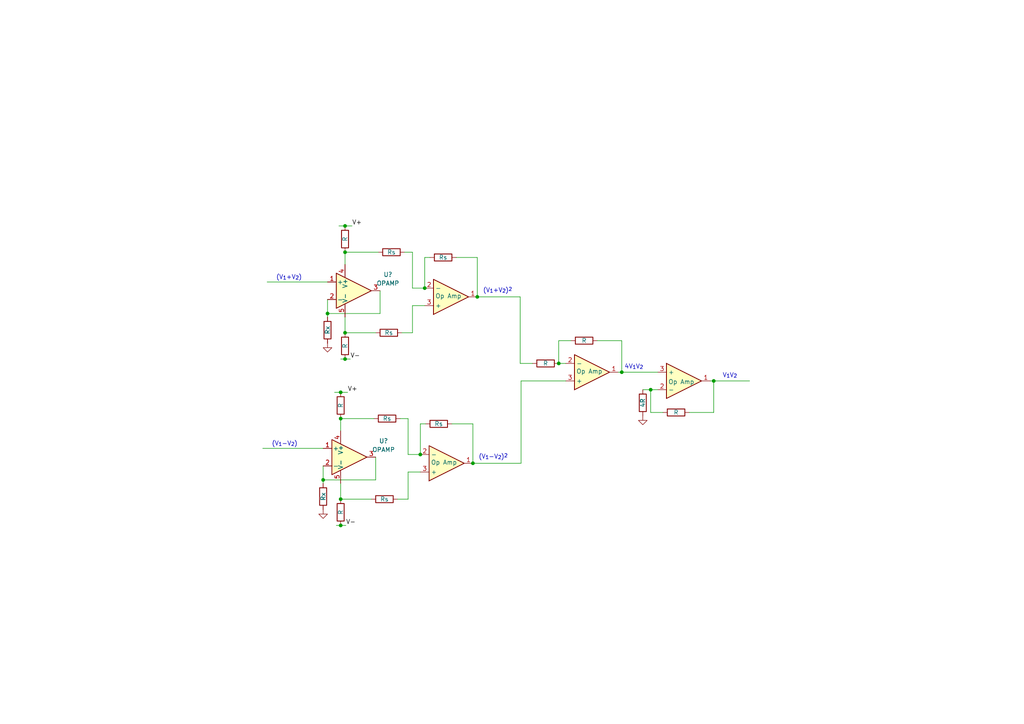
<source format=kicad_sch>
(kicad_sch (version 20211123) (generator eeschema)

  (uuid 0dcdf1b8-13c6-48b4-bd94-5d26038ff231)

  (paper "A4")

  (lib_symbols
    (symbol "Device:Opamp_Dual" (in_bom yes) (on_board yes)
      (property "Reference" "U" (id 0) (at 0 5.08 0)
        (effects (font (size 1.27 1.27)) (justify left))
      )
      (property "Value" "Opamp_Dual" (id 1) (at 0 -5.08 0)
        (effects (font (size 1.27 1.27)) (justify left))
      )
      (property "Footprint" "" (id 2) (at 0 0 0)
        (effects (font (size 1.27 1.27)) hide)
      )
      (property "Datasheet" "~" (id 3) (at 0 0 0)
        (effects (font (size 1.27 1.27)) hide)
      )
      (property "ki_locked" "" (id 4) (at 0 0 0)
        (effects (font (size 1.27 1.27)))
      )
      (property "ki_keywords" "dual opamp" (id 5) (at 0 0 0)
        (effects (font (size 1.27 1.27)) hide)
      )
      (property "ki_description" "Dual operational amplifier" (id 6) (at 0 0 0)
        (effects (font (size 1.27 1.27)) hide)
      )
      (property "ki_fp_filters" "SOIC*3.9x4.9mm*P1.27mm* DIP*W7.62mm* MSOP*3x3mm*P0.65mm* SSOP*2.95x2.8mm*P0.65mm* TSSOP*3x3mm*P0.65mm* VSSOP*P0.5mm* TO?99*" (id 7) (at 0 0 0)
        (effects (font (size 1.27 1.27)) hide)
      )
      (symbol "Opamp_Dual_1_1"
        (polyline
          (pts
            (xy -5.08 5.08)
            (xy 5.08 0)
            (xy -5.08 -5.08)
            (xy -5.08 5.08)
          )
          (stroke (width 0.254) (type default) (color 0 0 0 0))
          (fill (type background))
        )
        (pin output line (at 7.62 0 180) (length 2.54)
          (name "~" (effects (font (size 1.27 1.27))))
          (number "1" (effects (font (size 1.27 1.27))))
        )
        (pin input line (at -7.62 -2.54 0) (length 2.54)
          (name "-" (effects (font (size 1.27 1.27))))
          (number "2" (effects (font (size 1.27 1.27))))
        )
        (pin input line (at -7.62 2.54 0) (length 2.54)
          (name "+" (effects (font (size 1.27 1.27))))
          (number "3" (effects (font (size 1.27 1.27))))
        )
      )
      (symbol "Opamp_Dual_2_1"
        (polyline
          (pts
            (xy -5.08 5.08)
            (xy 5.08 0)
            (xy -5.08 -5.08)
            (xy -5.08 5.08)
          )
          (stroke (width 0.254) (type default) (color 0 0 0 0))
          (fill (type background))
        )
        (pin input line (at -7.62 2.54 0) (length 2.54)
          (name "+" (effects (font (size 1.27 1.27))))
          (number "5" (effects (font (size 1.27 1.27))))
        )
        (pin input line (at -7.62 -2.54 0) (length 2.54)
          (name "-" (effects (font (size 1.27 1.27))))
          (number "6" (effects (font (size 1.27 1.27))))
        )
        (pin output line (at 7.62 0 180) (length 2.54)
          (name "~" (effects (font (size 1.27 1.27))))
          (number "7" (effects (font (size 1.27 1.27))))
        )
      )
      (symbol "Opamp_Dual_3_1"
        (pin power_in line (at -2.54 -7.62 90) (length 3.81)
          (name "V-" (effects (font (size 1.27 1.27))))
          (number "4" (effects (font (size 1.27 1.27))))
        )
        (pin power_in line (at -2.54 7.62 270) (length 3.81)
          (name "V+" (effects (font (size 1.27 1.27))))
          (number "8" (effects (font (size 1.27 1.27))))
        )
      )
    )
    (symbol "Device:R" (pin_numbers hide) (pin_names (offset 0)) (in_bom yes) (on_board yes)
      (property "Reference" "R" (id 0) (at 2.032 0 90)
        (effects (font (size 1.27 1.27)))
      )
      (property "Value" "R" (id 1) (at 0 0 90)
        (effects (font (size 1.27 1.27)))
      )
      (property "Footprint" "" (id 2) (at -1.778 0 90)
        (effects (font (size 1.27 1.27)) hide)
      )
      (property "Datasheet" "~" (id 3) (at 0 0 0)
        (effects (font (size 1.27 1.27)) hide)
      )
      (property "ki_keywords" "R res resistor" (id 4) (at 0 0 0)
        (effects (font (size 1.27 1.27)) hide)
      )
      (property "ki_description" "Resistor" (id 5) (at 0 0 0)
        (effects (font (size 1.27 1.27)) hide)
      )
      (property "ki_fp_filters" "R_*" (id 6) (at 0 0 0)
        (effects (font (size 1.27 1.27)) hide)
      )
      (symbol "R_0_1"
        (rectangle (start -1.016 -2.54) (end 1.016 2.54)
          (stroke (width 0.254) (type default) (color 0 0 0 0))
          (fill (type none))
        )
      )
      (symbol "R_1_1"
        (pin passive line (at 0 3.81 270) (length 1.27)
          (name "~" (effects (font (size 1.27 1.27))))
          (number "1" (effects (font (size 1.27 1.27))))
        )
        (pin passive line (at 0 -3.81 90) (length 1.27)
          (name "~" (effects (font (size 1.27 1.27))))
          (number "2" (effects (font (size 1.27 1.27))))
        )
      )
    )
    (symbol "power:GND" (power) (pin_names (offset 0)) (in_bom yes) (on_board yes)
      (property "Reference" "#PWR" (id 0) (at 0 -6.35 0)
        (effects (font (size 1.27 1.27)) hide)
      )
      (property "Value" "GND" (id 1) (at 0 -3.81 0)
        (effects (font (size 1.27 1.27)))
      )
      (property "Footprint" "" (id 2) (at 0 0 0)
        (effects (font (size 1.27 1.27)) hide)
      )
      (property "Datasheet" "" (id 3) (at 0 0 0)
        (effects (font (size 1.27 1.27)) hide)
      )
      (property "ki_keywords" "power-flag" (id 4) (at 0 0 0)
        (effects (font (size 1.27 1.27)) hide)
      )
      (property "ki_description" "Power symbol creates a global label with name \"GND\" , ground" (id 5) (at 0 0 0)
        (effects (font (size 1.27 1.27)) hide)
      )
      (symbol "GND_0_1"
        (polyline
          (pts
            (xy 0 0)
            (xy 0 -1.27)
            (xy 1.27 -1.27)
            (xy 0 -2.54)
            (xy -1.27 -1.27)
            (xy 0 -1.27)
          )
          (stroke (width 0) (type default) (color 0 0 0 0))
          (fill (type none))
        )
      )
      (symbol "GND_1_1"
        (pin power_in line (at 0 0 270) (length 0) hide
          (name "GND" (effects (font (size 1.27 1.27))))
          (number "1" (effects (font (size 1.27 1.27))))
        )
      )
    )
    (symbol "pspice:OPAMP" (pin_names (offset 0.254)) (in_bom yes) (on_board yes)
      (property "Reference" "U" (id 0) (at 3.81 3.175 0)
        (effects (font (size 1.27 1.27)) (justify left))
      )
      (property "Value" "OPAMP" (id 1) (at 3.81 -3.175 0)
        (effects (font (size 1.27 1.27)) (justify left))
      )
      (property "Footprint" "" (id 2) (at 0 0 0)
        (effects (font (size 1.27 1.27)) hide)
      )
      (property "Datasheet" "~" (id 3) (at 0 0 0)
        (effects (font (size 1.27 1.27)) hide)
      )
      (property "ki_keywords" "simulation" (id 4) (at 0 0 0)
        (effects (font (size 1.27 1.27)) hide)
      )
      (property "ki_description" "OPAmp symbol for simulation only" (id 5) (at 0 0 0)
        (effects (font (size 1.27 1.27)) hide)
      )
      (symbol "OPAMP_0_1"
        (polyline
          (pts
            (xy 5.08 0)
            (xy -5.08 5.08)
            (xy -5.08 -5.08)
            (xy 5.08 0)
          )
          (stroke (width 0.254) (type default) (color 0 0 0 0))
          (fill (type background))
        )
      )
      (symbol "OPAMP_1_1"
        (pin input line (at -7.62 2.54 0) (length 2.54)
          (name "+" (effects (font (size 1.27 1.27))))
          (number "1" (effects (font (size 1.27 1.27))))
        )
        (pin input line (at -7.62 -2.54 0) (length 2.54)
          (name "-" (effects (font (size 1.27 1.27))))
          (number "2" (effects (font (size 1.27 1.27))))
        )
        (pin output line (at 7.62 0 180) (length 2.54)
          (name "~" (effects (font (size 1.27 1.27))))
          (number "3" (effects (font (size 1.27 1.27))))
        )
        (pin power_in line (at -2.54 7.62 270) (length 3.81)
          (name "V+" (effects (font (size 1.27 1.27))))
          (number "4" (effects (font (size 1.27 1.27))))
        )
        (pin power_in line (at -2.54 -7.62 90) (length 3.81)
          (name "V-" (effects (font (size 1.27 1.27))))
          (number "5" (effects (font (size 1.27 1.27))))
        )
      )
    )
  )

  (junction (at 100.076 73.152) (diameter 0) (color 0 0 0 0)
    (uuid 0ceb97d6-1b0f-4b71-921e-b0955c30c998)
  )
  (junction (at 137.16 134.366) (diameter 0) (color 0 0 0 0)
    (uuid 105d44ff-63b9-4299-9078-473af583971a)
  )
  (junction (at 100.076 104.14) (diameter 0) (color 0 0 0 0)
    (uuid 12a24e86-2c38-4685-bba9-fff8dddb4cb0)
  )
  (junction (at 100.076 96.52) (diameter 0) (color 0 0 0 0)
    (uuid 1dfbf353-5b24-4c0f-8322-8fcd514ae75e)
  )
  (junction (at 98.806 113.792) (diameter 0) (color 0 0 0 0)
    (uuid 24fd922c-d488-4d61-b6dc-9d3e359ccc82)
  )
  (junction (at 98.806 144.78) (diameter 0) (color 0 0 0 0)
    (uuid 36696ac6-2db1-4b52-ae3d-9f3c89d2042f)
  )
  (junction (at 162.052 105.41) (diameter 0) (color 0 0 0 0)
    (uuid 37f31359-a193-4667-ac42-42ff9565d233)
  )
  (junction (at 123.19 83.566) (diameter 0) (color 0 0 0 0)
    (uuid 3b686d17-1000-4762-ba31-589d599a3edf)
  )
  (junction (at 98.806 121.412) (diameter 0) (color 0 0 0 0)
    (uuid 47484446-e64c-4a82-88af-15de92cf6ad4)
  )
  (junction (at 98.806 152.4) (diameter 0) (color 0 0 0 0)
    (uuid 524d7aa8-362f-459a-b2ae-4ca2a0b1612b)
  )
  (junction (at 138.43 86.106) (diameter 0) (color 0 0 0 0)
    (uuid 6325c32f-c82a-4357-b022-f9c7e76f412e)
  )
  (junction (at 100.076 65.532) (diameter 0) (color 0 0 0 0)
    (uuid 7d0dab95-9e7a-486e-a1d7-fc48860fd57d)
  )
  (junction (at 207.01 110.49) (diameter 0) (color 0 0 0 0)
    (uuid 82d633c1-1fb1-4e7d-ae80-5de8e1fc1bf5)
  )
  (junction (at 93.726 139.192) (diameter 0) (color 0 0 0 0)
    (uuid 8fd0b33a-45bf-4216-9d7e-a62e1c071730)
  )
  (junction (at 188.722 113.03) (diameter 0) (color 0 0 0 0)
    (uuid 93762d25-1cb0-43c1-bb73-fe9cab04501f)
  )
  (junction (at 121.92 131.826) (diameter 0) (color 0 0 0 0)
    (uuid ab0ea55a-63b3-4ece-836d-2844713a821f)
  )
  (junction (at 180.34 107.95) (diameter 0) (color 0 0 0 0)
    (uuid b5b42390-3750-4154-9762-ad073e3bbe30)
  )
  (junction (at 94.996 90.932) (diameter 0) (color 0 0 0 0)
    (uuid f73b5500-6337-4860-a114-6e307f65ec9f)
  )

  (wire (pts (xy 108.966 139.192) (xy 108.966 132.588))
    (stroke (width 0) (type default) (color 0 0 0 0))
    (uuid 042fe62b-53aa-4e86-97d0-9ccb1e16a895)
  )
  (wire (pts (xy 93.726 135.128) (xy 93.726 139.192))
    (stroke (width 0) (type default) (color 0 0 0 0))
    (uuid 046ca2d8-3ca1-4c64-8090-c45e9adcf30e)
  )
  (wire (pts (xy 162.052 98.806) (xy 165.608 98.806))
    (stroke (width 0) (type default) (color 0 0 0 0))
    (uuid 0ac7fb28-d118-4f7a-a099-6f0d6eaf1844)
  )
  (wire (pts (xy 98.298 65.532) (xy 100.076 65.532))
    (stroke (width 0) (type default) (color 0 0 0 0))
    (uuid 0fd35a3e-b394-4aae-875a-fac843f9cbb7)
  )
  (wire (pts (xy 94.996 90.932) (xy 94.996 91.948))
    (stroke (width 0) (type default) (color 0 0 0 0))
    (uuid 20caf6d2-76a7-497e-ac56-f6d31eb9027b)
  )
  (wire (pts (xy 118.364 144.78) (xy 118.364 136.906))
    (stroke (width 0) (type default) (color 0 0 0 0))
    (uuid 23345f3e-d08d-4834-b1dc-64de02569916)
  )
  (wire (pts (xy 138.43 86.106) (xy 150.876 86.106))
    (stroke (width 0) (type default) (color 0 0 0 0))
    (uuid 23374d92-8a4d-468b-9947-adcdd8ce495d)
  )
  (wire (pts (xy 132.334 74.676) (xy 138.43 74.676))
    (stroke (width 0) (type default) (color 0 0 0 0))
    (uuid 24b72b0d-63b8-4e06-89d0-e94dcf39a600)
  )
  (wire (pts (xy 93.726 139.192) (xy 108.966 139.192))
    (stroke (width 0) (type default) (color 0 0 0 0))
    (uuid 2e6b1f7e-e4c3-43a1-ae90-c85aa40696d5)
  )
  (wire (pts (xy 97.028 113.792) (xy 98.806 113.792))
    (stroke (width 0) (type default) (color 0 0 0 0))
    (uuid 2f33286e-7553-4442-acf0-23c61fcd6ab0)
  )
  (wire (pts (xy 98.806 121.412) (xy 98.806 124.968))
    (stroke (width 0) (type default) (color 0 0 0 0))
    (uuid 2f5467a7-bd49-433c-92f2-60a842e66f7b)
  )
  (wire (pts (xy 98.806 140.208) (xy 98.806 144.78))
    (stroke (width 0) (type default) (color 0 0 0 0))
    (uuid 2fb9964c-4cd4-4e81-b5e8-f78759d3adb5)
  )
  (wire (pts (xy 207.01 119.634) (xy 207.01 110.49))
    (stroke (width 0) (type default) (color 0 0 0 0))
    (uuid 31b8af53-9ec9-4407-842b-9483759bc04a)
  )
  (wire (pts (xy 98.806 104.14) (xy 100.076 104.14))
    (stroke (width 0) (type default) (color 0 0 0 0))
    (uuid 35ef9c4a-35f6-467b-a704-b1d9354880cf)
  )
  (wire (pts (xy 162.052 105.41) (xy 164.084 105.41))
    (stroke (width 0) (type default) (color 0 0 0 0))
    (uuid 38967bce-a47b-424f-9945-f8d1c2bf0c6f)
  )
  (wire (pts (xy 94.996 86.868) (xy 94.996 90.932))
    (stroke (width 0) (type default) (color 0 0 0 0))
    (uuid 4185c36c-c66e-4dbd-be5d-841e551f4885)
  )
  (wire (pts (xy 93.726 139.192) (xy 93.726 140.208))
    (stroke (width 0) (type default) (color 0 0 0 0))
    (uuid 460147d8-e4b6-4910-88e9-07d1ddd6c2df)
  )
  (wire (pts (xy 98.806 121.412) (xy 108.458 121.412))
    (stroke (width 0) (type default) (color 0 0 0 0))
    (uuid 4ef07d45-f940-4cb6-bb96-2ddec13fd099)
  )
  (wire (pts (xy 119.634 83.566) (xy 123.19 83.566))
    (stroke (width 0) (type default) (color 0 0 0 0))
    (uuid 5701b80f-f006-4814-81c9-0c7f006088a9)
  )
  (wire (pts (xy 180.34 107.95) (xy 190.754 107.95))
    (stroke (width 0) (type default) (color 0 0 0 0))
    (uuid 5d3394c1-c45f-425a-b2eb-afd4a39351ff)
  )
  (wire (pts (xy 162.052 98.806) (xy 162.052 105.41))
    (stroke (width 0) (type default) (color 0 0 0 0))
    (uuid 626d4938-4780-479b-b0a4-53502f048e5b)
  )
  (wire (pts (xy 123.19 74.676) (xy 123.19 83.566))
    (stroke (width 0) (type default) (color 0 0 0 0))
    (uuid 63c56ea4-91a3-4172-b9de-a4388cc8f894)
  )
  (wire (pts (xy 119.634 73.152) (xy 119.634 83.566))
    (stroke (width 0) (type default) (color 0 0 0 0))
    (uuid 66bc2bca-dab7-4947-a0ff-403cdaf9fb89)
  )
  (wire (pts (xy 137.16 134.366) (xy 151.13 134.366))
    (stroke (width 0) (type default) (color 0 0 0 0))
    (uuid 7043f61a-4f1e-4cab-9031-a6449e41a893)
  )
  (wire (pts (xy 98.806 152.4) (xy 100.33 152.4))
    (stroke (width 0) (type default) (color 0 0 0 0))
    (uuid 71aa3829-956e-4ff9-af3f-b06e50ab2b5a)
  )
  (wire (pts (xy 180.34 107.95) (xy 179.324 107.95))
    (stroke (width 0) (type default) (color 0 0 0 0))
    (uuid 74da4c7c-8b67-468f-9da3-8490a12cdeb8)
  )
  (wire (pts (xy 188.722 113.03) (xy 190.754 113.03))
    (stroke (width 0) (type default) (color 0 0 0 0))
    (uuid 757cf0ee-8e36-4693-b26a-a0c2f395aaac)
  )
  (wire (pts (xy 207.01 110.49) (xy 205.994 110.49))
    (stroke (width 0) (type default) (color 0 0 0 0))
    (uuid 75bc3386-87ca-481c-b59e-63b2a60cfef3)
  )
  (wire (pts (xy 123.444 122.936) (xy 121.92 122.936))
    (stroke (width 0) (type default) (color 0 0 0 0))
    (uuid 761492e2-a989-4596-80c3-fcd6943df072)
  )
  (wire (pts (xy 118.364 136.906) (xy 121.92 136.906))
    (stroke (width 0) (type default) (color 0 0 0 0))
    (uuid 799d9f4a-bb6b-44d5-9f4c-3a30db59943d)
  )
  (wire (pts (xy 151.13 110.49) (xy 164.084 110.49))
    (stroke (width 0) (type default) (color 0 0 0 0))
    (uuid 7fe9de19-9c81-40a2-a5bf-845f55fe22c0)
  )
  (wire (pts (xy 100.076 96.52) (xy 108.966 96.52))
    (stroke (width 0) (type default) (color 0 0 0 0))
    (uuid 802c2dc3-ca9f-491e-9d66-7893e89ac34c)
  )
  (wire (pts (xy 188.722 119.634) (xy 188.722 113.03))
    (stroke (width 0) (type default) (color 0 0 0 0))
    (uuid 80be4cad-d7ac-4728-ad5d-fbcd02fe4045)
  )
  (wire (pts (xy 117.348 73.152) (xy 119.634 73.152))
    (stroke (width 0) (type default) (color 0 0 0 0))
    (uuid 9286cf02-1563-41d2-9931-c192c33bab31)
  )
  (wire (pts (xy 116.078 121.412) (xy 118.364 121.412))
    (stroke (width 0) (type default) (color 0 0 0 0))
    (uuid 92d17eb0-c75d-48d9-ae9e-ea0c7f723be4)
  )
  (wire (pts (xy 151.13 110.49) (xy 151.13 134.366))
    (stroke (width 0) (type default) (color 0 0 0 0))
    (uuid 931f560b-b7e4-4812-93db-e50c077f321a)
  )
  (wire (pts (xy 119.634 88.646) (xy 123.19 88.646))
    (stroke (width 0) (type default) (color 0 0 0 0))
    (uuid 9b6bb172-1ac4-440a-ac75-c1917d9d59c7)
  )
  (wire (pts (xy 115.316 144.78) (xy 118.364 144.78))
    (stroke (width 0) (type default) (color 0 0 0 0))
    (uuid 9f95f1fc-aa31-4ce6-996a-4b385731d8eb)
  )
  (wire (pts (xy 98.806 144.78) (xy 107.696 144.78))
    (stroke (width 0) (type default) (color 0 0 0 0))
    (uuid a4541b62-7a39-4707-9c6f-80dce1be9cee)
  )
  (wire (pts (xy 124.714 74.676) (xy 123.19 74.676))
    (stroke (width 0) (type default) (color 0 0 0 0))
    (uuid a6738794-75ae-48a6-8949-ed8717400d71)
  )
  (wire (pts (xy 100.076 65.532) (xy 102.108 65.532))
    (stroke (width 0) (type default) (color 0 0 0 0))
    (uuid a7f25f41-0b4c-4430-b6cd-b2160b2db099)
  )
  (wire (pts (xy 100.076 91.948) (xy 100.076 96.52))
    (stroke (width 0) (type default) (color 0 0 0 0))
    (uuid a8b4bc7e-da32-4fb8-b71a-d7b47c6f741f)
  )
  (wire (pts (xy 94.996 81.788) (xy 77.47 81.788))
    (stroke (width 0) (type default) (color 0 0 0 0))
    (uuid afd38b10-2eca-4abe-aed1-a96fb07ffdbe)
  )
  (wire (pts (xy 180.34 98.806) (xy 180.34 107.95))
    (stroke (width 0) (type default) (color 0 0 0 0))
    (uuid b0ff9a3e-cc50-45a9-8a86-aeec2449e905)
  )
  (wire (pts (xy 100.076 73.152) (xy 109.728 73.152))
    (stroke (width 0) (type default) (color 0 0 0 0))
    (uuid b8b961e9-8a60-45fc-999a-a7a3baff4e0d)
  )
  (wire (pts (xy 150.876 86.106) (xy 150.876 105.41))
    (stroke (width 0) (type default) (color 0 0 0 0))
    (uuid b8f7e96c-bd82-459c-a5d3-96d36da10d7f)
  )
  (wire (pts (xy 118.364 131.826) (xy 121.92 131.826))
    (stroke (width 0) (type default) (color 0 0 0 0))
    (uuid c220da05-2a98-47be-9327-0c73c5263c41)
  )
  (wire (pts (xy 110.236 90.932) (xy 110.236 84.328))
    (stroke (width 0) (type default) (color 0 0 0 0))
    (uuid cebb9021-66d3-4116-98d4-5e6f3c1552be)
  )
  (wire (pts (xy 173.228 98.806) (xy 180.34 98.806))
    (stroke (width 0) (type default) (color 0 0 0 0))
    (uuid cf67a977-c508-4305-aa85-22a5b3042bc3)
  )
  (wire (pts (xy 94.996 90.932) (xy 110.236 90.932))
    (stroke (width 0) (type default) (color 0 0 0 0))
    (uuid d3d57924-54a6-421d-a3a0-a044fc909e88)
  )
  (wire (pts (xy 150.876 105.41) (xy 154.432 105.41))
    (stroke (width 0) (type default) (color 0 0 0 0))
    (uuid d4ac16f7-355b-4ac1-988b-ef23459f3fb6)
  )
  (wire (pts (xy 207.01 110.49) (xy 217.424 110.49))
    (stroke (width 0) (type default) (color 0 0 0 0))
    (uuid d51c2cb7-6c0c-4c2b-bfae-8096f230f05d)
  )
  (wire (pts (xy 138.43 74.676) (xy 138.43 86.106))
    (stroke (width 0) (type default) (color 0 0 0 0))
    (uuid d692b5e6-71b2-4fa6-bc83-618add8d8fef)
  )
  (wire (pts (xy 137.16 122.936) (xy 137.16 134.366))
    (stroke (width 0) (type default) (color 0 0 0 0))
    (uuid d8d71ad3-6fd1-4a98-9c1f-70c4fbf3d1d1)
  )
  (wire (pts (xy 93.726 130.048) (xy 76.2 130.048))
    (stroke (width 0) (type default) (color 0 0 0 0))
    (uuid dd5f7736-b8aa-44f2-a044-e514d63d48f3)
  )
  (wire (pts (xy 131.064 122.936) (xy 137.16 122.936))
    (stroke (width 0) (type default) (color 0 0 0 0))
    (uuid de438bc3-2eba-4b9f-95e9-35ce5db157f6)
  )
  (wire (pts (xy 100.076 73.152) (xy 100.076 76.708))
    (stroke (width 0) (type default) (color 0 0 0 0))
    (uuid ea6fde00-59dc-4a79-a647-7e38199fae0e)
  )
  (wire (pts (xy 119.634 96.52) (xy 119.634 88.646))
    (stroke (width 0) (type default) (color 0 0 0 0))
    (uuid eab9c52c-3aa0-43a7-bc7f-7e234ff1e9f4)
  )
  (wire (pts (xy 188.722 119.634) (xy 192.278 119.634))
    (stroke (width 0) (type default) (color 0 0 0 0))
    (uuid ed67af3b-7ed4-4c55-a6b9-71104146d1fb)
  )
  (wire (pts (xy 116.586 96.52) (xy 119.634 96.52))
    (stroke (width 0) (type default) (color 0 0 0 0))
    (uuid eed466bf-cd88-4860-9abf-41a594ca08bd)
  )
  (wire (pts (xy 121.92 122.936) (xy 121.92 131.826))
    (stroke (width 0) (type default) (color 0 0 0 0))
    (uuid ef400389-7e37-4c93-8647-76318089d59f)
  )
  (wire (pts (xy 199.898 119.634) (xy 207.01 119.634))
    (stroke (width 0) (type default) (color 0 0 0 0))
    (uuid f094d92e-959e-4545-80a8-0f2601b25029)
  )
  (wire (pts (xy 97.536 152.4) (xy 98.806 152.4))
    (stroke (width 0) (type default) (color 0 0 0 0))
    (uuid f240e733-157e-4a15-812f-78f42d8a8322)
  )
  (wire (pts (xy 100.076 104.14) (xy 101.6 104.14))
    (stroke (width 0) (type default) (color 0 0 0 0))
    (uuid f357ddb5-3f44-43b0-b00d-d64f5c62ba4a)
  )
  (wire (pts (xy 186.436 113.03) (xy 188.722 113.03))
    (stroke (width 0) (type default) (color 0 0 0 0))
    (uuid fb87b31b-f245-449f-a707-4b40aa16d1ec)
  )
  (wire (pts (xy 118.364 121.412) (xy 118.364 131.826))
    (stroke (width 0) (type default) (color 0 0 0 0))
    (uuid fc12372f-6e31-40f9-8043-b00b861f0171)
  )
  (wire (pts (xy 98.806 113.792) (xy 100.838 113.792))
    (stroke (width 0) (type default) (color 0 0 0 0))
    (uuid fe1ad3bd-92cc-4e1c-8cc9-a77278095945)
  )

  (text "(V_{1}+V_{2})^{2}" (at 148.59 85.09 180)
    (effects (font (size 1.27 1.27)) (justify right bottom))
    (uuid 18d11f32-e1a6-4f29-8e3c-0bfeb07299bd)
  )
  (text "V_{1}V_{2}" (at 209.55 109.728 0)
    (effects (font (size 1.27 1.27)) (justify left bottom))
    (uuid 309e6824-e5e3-4465-b223-9a8e280b92ec)
  )
  (text "(V_{1}-V_{2})^{2}" (at 147.32 133.35 180)
    (effects (font (size 1.27 1.27)) (justify right bottom))
    (uuid 341e67eb-d5e1-4cb7-9d11-5aa4ab832a2a)
  )
  (text "(V_{1}-V_{2})" (at 86.36 129.54 180)
    (effects (font (size 1.27 1.27)) (justify right bottom))
    (uuid 5206328f-de7d-41ba-bad8-f1768b7701cb)
  )
  (text "(V_{1}+V_{2})\n" (at 87.63 81.28 180)
    (effects (font (size 1.27 1.27)) (justify right bottom))
    (uuid c088f712-1abe-4cac-9a8b-d564931395aa)
  )
  (text "4V_{1}V_{2}" (at 181.102 107.188 0)
    (effects (font (size 1.27 1.27)) (justify left bottom))
    (uuid d14a19ee-6713-4712-89ab-0f5977ec2bed)
  )

  (label "V+" (at 102.108 65.532 0)
    (effects (font (size 1.27 1.27)) (justify left bottom))
    (uuid 1241b7f2-e266-4f5c-8a97-9f0f9d0eef37)
  )
  (label "V-" (at 101.6 104.14 0)
    (effects (font (size 1.27 1.27)) (justify left bottom))
    (uuid 6513181c-0a6a-4560-9a18-17450c36ae2a)
  )
  (label "V+" (at 100.838 113.792 0)
    (effects (font (size 1.27 1.27)) (justify left bottom))
    (uuid 7ce4aab5-8271-4432-a4b1-bff168293b45)
  )
  (label "V-" (at 100.33 152.4 0)
    (effects (font (size 1.27 1.27)) (justify left bottom))
    (uuid fc13962a-a464-4fa2-b9a6-4c26667104ee)
  )

  (symbol (lib_id "Device:R") (at 113.538 73.152 270) (unit 1)
    (in_bom yes) (on_board yes)
    (uuid 008da5b9-6f95-4113-b7d0-d93ac62efd33)
    (property "Reference" "R?" (id 0) (at 113.538 70.612 90)
      (effects (font (size 1.27 1.27)) hide)
    )
    (property "Value" "Rs" (id 1) (at 113.538 73.152 90))
    (property "Footprint" "" (id 2) (at 113.538 71.374 90)
      (effects (font (size 1.27 1.27)) hide)
    )
    (property "Datasheet" "~" (id 3) (at 113.538 73.152 0)
      (effects (font (size 1.27 1.27)) hide)
    )
    (pin "1" (uuid 5d3d7893-1d11-4f1d-9052-85cf0e07d281))
    (pin "2" (uuid 79476267-290e-445f-995b-0afd0e11a4b5))
  )

  (symbol (lib_id "power:GND") (at 93.726 147.828 0) (unit 1)
    (in_bom yes) (on_board yes) (fields_autoplaced)
    (uuid 0a79db37-f1d9-40b1-a24d-8bdfb8f637e2)
    (property "Reference" "#PWR?" (id 0) (at 93.726 154.178 0)
      (effects (font (size 1.27 1.27)) hide)
    )
    (property "Value" "GND" (id 1) (at 93.726 152.654 0)
      (effects (font (size 1.27 1.27)) hide)
    )
    (property "Footprint" "" (id 2) (at 93.726 147.828 0)
      (effects (font (size 1.27 1.27)) hide)
    )
    (property "Datasheet" "" (id 3) (at 93.726 147.828 0)
      (effects (font (size 1.27 1.27)) hide)
    )
    (pin "1" (uuid 315d2b15-cfe6-4672-b3ad-24773f3df12c))
  )

  (symbol (lib_id "Device:R") (at 169.418 98.806 90) (unit 1)
    (in_bom yes) (on_board yes)
    (uuid 1f8faee3-1840-454a-aaef-e80578fa0c3e)
    (property "Reference" "R?" (id 0) (at 169.418 101.346 90)
      (effects (font (size 1.27 1.27)) hide)
    )
    (property "Value" "R" (id 1) (at 169.418 98.806 90))
    (property "Footprint" "" (id 2) (at 169.418 100.584 90)
      (effects (font (size 1.27 1.27)) hide)
    )
    (property "Datasheet" "~" (id 3) (at 169.418 98.806 0)
      (effects (font (size 1.27 1.27)) hide)
    )
    (pin "1" (uuid b2585a96-2e7a-44ba-aac9-2c040a47ccfe))
    (pin "2" (uuid 8a31e60b-6ef8-4d02-bcbe-8861ec0c004e))
  )

  (symbol (lib_id "Device:R") (at 98.806 117.602 180) (unit 1)
    (in_bom yes) (on_board yes)
    (uuid 2765a021-71f1-4136-b72b-81c2c6882946)
    (property "Reference" "R?" (id 0) (at 101.346 117.602 90)
      (effects (font (size 1.27 1.27)) hide)
    )
    (property "Value" "R" (id 1) (at 98.806 117.602 90))
    (property "Footprint" "" (id 2) (at 100.584 117.602 90)
      (effects (font (size 1.27 1.27)) hide)
    )
    (property "Datasheet" "~" (id 3) (at 98.806 117.602 0)
      (effects (font (size 1.27 1.27)) hide)
    )
    (pin "1" (uuid d70bfdec-de0f-45e5-9452-2cd5d12b83b9))
    (pin "2" (uuid 5c1d6842-15a5-4f73-b198-8836681840a1))
  )

  (symbol (lib_id "Device:Opamp_Dual") (at 130.81 86.106 0) (mirror x) (unit 1)
    (in_bom yes) (on_board yes)
    (uuid 4b1fce17-dec7-457e-ba3b-a77604e77dc9)
    (property "Reference" "U?" (id 0) (at 130.81 75.946 0)
      (effects (font (size 1.27 1.27)) hide)
    )
    (property "Value" "Op Amp" (id 1) (at 130.048 85.852 0))
    (property "Footprint" "" (id 2) (at 130.81 86.106 0)
      (effects (font (size 1.27 1.27)) hide)
    )
    (property "Datasheet" "~" (id 3) (at 130.81 86.106 0)
      (effects (font (size 1.27 1.27)) hide)
    )
    (pin "1" (uuid 869d6302-ae22-478f-9723-3feacbb12eef))
    (pin "2" (uuid e1b88aa4-d887-4eea-83ff-5c009f4390c4))
    (pin "3" (uuid 4a54c707-7b6f-4a3d-a74d-5e3526114aba))
  )

  (symbol (lib_id "Device:Opamp_Dual") (at 129.54 134.366 0) (mirror x) (unit 1)
    (in_bom yes) (on_board yes)
    (uuid 4c144ffa-02d0-42da-aef1-f5175cbde9c0)
    (property "Reference" "U?" (id 0) (at 129.54 124.206 0)
      (effects (font (size 1.27 1.27)) hide)
    )
    (property "Value" "Op Amp" (id 1) (at 128.778 134.112 0))
    (property "Footprint" "" (id 2) (at 129.54 134.366 0)
      (effects (font (size 1.27 1.27)) hide)
    )
    (property "Datasheet" "~" (id 3) (at 129.54 134.366 0)
      (effects (font (size 1.27 1.27)) hide)
    )
    (pin "1" (uuid 017667a9-f5de-49c7-af53-4f9af2f3a311))
    (pin "2" (uuid bc204c79-0619-4b16-889d-335bfdd71ce0))
    (pin "3" (uuid 3382bf79-b686-4aeb-9419-c8ab591662bb))
  )

  (symbol (lib_id "Device:R") (at 111.506 144.78 270) (unit 1)
    (in_bom yes) (on_board yes)
    (uuid 4d51bc15-1f84-46be-8e16-e836b10f854e)
    (property "Reference" "R?" (id 0) (at 111.506 142.24 90)
      (effects (font (size 1.27 1.27)) hide)
    )
    (property "Value" "Rs" (id 1) (at 111.506 144.78 90))
    (property "Footprint" "" (id 2) (at 111.506 143.002 90)
      (effects (font (size 1.27 1.27)) hide)
    )
    (property "Datasheet" "~" (id 3) (at 111.506 144.78 0)
      (effects (font (size 1.27 1.27)) hide)
    )
    (pin "1" (uuid cd48b13f-c989-4ac1-a7f0-053afcd77527))
    (pin "2" (uuid 9e18f8b3-9e1a-4022-9224-10c12ca8a28d))
  )

  (symbol (lib_id "Device:R") (at 186.436 116.84 0) (mirror x) (unit 1)
    (in_bom yes) (on_board yes)
    (uuid 54a7baa4-cf63-476b-87ed-12ef2b155ba9)
    (property "Reference" "R?" (id 0) (at 183.896 116.84 90)
      (effects (font (size 1.27 1.27)) hide)
    )
    (property "Value" "4R" (id 1) (at 186.436 116.84 90))
    (property "Footprint" "" (id 2) (at 184.658 116.84 90)
      (effects (font (size 1.27 1.27)) hide)
    )
    (property "Datasheet" "~" (id 3) (at 186.436 116.84 0)
      (effects (font (size 1.27 1.27)) hide)
    )
    (pin "1" (uuid 5ca7f5e7-bb83-4b9e-9077-efa3a30e544e))
    (pin "2" (uuid 76614376-417b-4b8e-8c1a-7e4905032fe9))
  )

  (symbol (lib_id "Device:R") (at 112.268 121.412 270) (unit 1)
    (in_bom yes) (on_board yes)
    (uuid 6a1ae8ee-dea6-4015-b83e-baf8fcdfaf0f)
    (property "Reference" "R?" (id 0) (at 112.268 118.872 90)
      (effects (font (size 1.27 1.27)) hide)
    )
    (property "Value" "Rs" (id 1) (at 112.268 121.412 90))
    (property "Footprint" "" (id 2) (at 112.268 119.634 90)
      (effects (font (size 1.27 1.27)) hide)
    )
    (property "Datasheet" "~" (id 3) (at 112.268 121.412 0)
      (effects (font (size 1.27 1.27)) hide)
    )
    (pin "1" (uuid 5cc7655c-62f2-43d2-a7a5-eaa4635dada8))
    (pin "2" (uuid 8efe6411-1919-4082-b5b8-393585e068c8))
  )

  (symbol (lib_id "pspice:OPAMP") (at 102.616 84.328 0) (unit 1)
    (in_bom yes) (on_board yes) (fields_autoplaced)
    (uuid 72b36951-3ec7-4569-9c88-cf9b4afe1cae)
    (property "Reference" "U?" (id 0) (at 112.522 79.629 0))
    (property "Value" "OPAMP" (id 1) (at 112.522 82.169 0))
    (property "Footprint" "" (id 2) (at 102.616 84.328 0)
      (effects (font (size 1.27 1.27)) hide)
    )
    (property "Datasheet" "~" (id 3) (at 102.616 84.328 0)
      (effects (font (size 1.27 1.27)) hide)
    )
    (pin "1" (uuid eb8d02e9-145c-465d-b6a8-bae84d47a94b))
    (pin "2" (uuid 29bb7297-26fb-4776-9266-2355d022bab0))
    (pin "3" (uuid cb6062da-8dcd-4826-92fd-4071e9e97213))
    (pin "4" (uuid 36d783e7-096f-4c97-9672-7e08c083b87b))
    (pin "5" (uuid 0a1a4d88-972a-46ce-b25e-6cb796bd41f7))
  )

  (symbol (lib_id "Device:R") (at 127.254 122.936 90) (unit 1)
    (in_bom yes) (on_board yes)
    (uuid 868b5d0d-f911-4724-9580-d9e69eb9f709)
    (property "Reference" "R?" (id 0) (at 127.254 125.476 90)
      (effects (font (size 1.27 1.27)) hide)
    )
    (property "Value" "Rs" (id 1) (at 127.254 122.936 90))
    (property "Footprint" "" (id 2) (at 127.254 124.714 90)
      (effects (font (size 1.27 1.27)) hide)
    )
    (property "Datasheet" "~" (id 3) (at 127.254 122.936 0)
      (effects (font (size 1.27 1.27)) hide)
    )
    (pin "1" (uuid 3d2a15cb-c492-4d9a-b1dd-7d5f099d2d31))
    (pin "2" (uuid 848901d5-fdee-4920-a04d-fbc03c912e79))
  )

  (symbol (lib_id "Device:R") (at 98.806 148.59 180) (unit 1)
    (in_bom yes) (on_board yes)
    (uuid 90d503cf-92b2-4120-a4b0-03a2eddde893)
    (property "Reference" "R?" (id 0) (at 101.346 148.59 90)
      (effects (font (size 1.27 1.27)) hide)
    )
    (property "Value" "R" (id 1) (at 98.806 148.59 90))
    (property "Footprint" "" (id 2) (at 100.584 148.59 90)
      (effects (font (size 1.27 1.27)) hide)
    )
    (property "Datasheet" "~" (id 3) (at 98.806 148.59 0)
      (effects (font (size 1.27 1.27)) hide)
    )
    (pin "1" (uuid 86143bb0-7899-4df8-b1df-baa3c0ac7889))
    (pin "2" (uuid 2ad4b4ba-3abd-4313-bed9-1edce936a95e))
  )

  (symbol (lib_id "power:GND") (at 94.996 99.568 0) (unit 1)
    (in_bom yes) (on_board yes) (fields_autoplaced)
    (uuid a5c8e189-1ddc-4a66-984b-e0fd1529d346)
    (property "Reference" "#PWR?" (id 0) (at 94.996 105.918 0)
      (effects (font (size 1.27 1.27)) hide)
    )
    (property "Value" "GND" (id 1) (at 94.996 104.394 0)
      (effects (font (size 1.27 1.27)) hide)
    )
    (property "Footprint" "" (id 2) (at 94.996 99.568 0)
      (effects (font (size 1.27 1.27)) hide)
    )
    (property "Datasheet" "" (id 3) (at 94.996 99.568 0)
      (effects (font (size 1.27 1.27)) hide)
    )
    (pin "1" (uuid c71f56c1-5b7c-4373-9716-fffac482104c))
  )

  (symbol (lib_id "pspice:OPAMP") (at 101.346 132.588 0) (unit 1)
    (in_bom yes) (on_board yes) (fields_autoplaced)
    (uuid b606e532-e4c7-444d-b9ff-879f52cfde92)
    (property "Reference" "U?" (id 0) (at 111.252 127.889 0))
    (property "Value" "OPAMP" (id 1) (at 111.252 130.429 0))
    (property "Footprint" "" (id 2) (at 101.346 132.588 0)
      (effects (font (size 1.27 1.27)) hide)
    )
    (property "Datasheet" "~" (id 3) (at 101.346 132.588 0)
      (effects (font (size 1.27 1.27)) hide)
    )
    (pin "1" (uuid 0c9bbc06-f1c0-4359-8448-9c515b32a886))
    (pin "2" (uuid 58a87288-e2bf-4c88-9871-a753efc69e9d))
    (pin "3" (uuid 1527299a-08b3-47c3-929f-a75c83be365e))
    (pin "4" (uuid aa288a22-ea1d-474d-8dae-efe971580843))
    (pin "5" (uuid e9a9fba3-7cfa-45ca-926c-a5a8ecd7e3a4))
  )

  (symbol (lib_id "Device:R") (at 158.242 105.41 90) (unit 1)
    (in_bom yes) (on_board yes)
    (uuid b79a7340-60b6-4c9b-8356-f75182760b48)
    (property "Reference" "R?" (id 0) (at 158.242 107.95 90)
      (effects (font (size 1.27 1.27)) hide)
    )
    (property "Value" "R" (id 1) (at 158.242 105.41 90))
    (property "Footprint" "" (id 2) (at 158.242 107.188 90)
      (effects (font (size 1.27 1.27)) hide)
    )
    (property "Datasheet" "~" (id 3) (at 158.242 105.41 0)
      (effects (font (size 1.27 1.27)) hide)
    )
    (pin "1" (uuid 0513019d-3054-40e8-9b82-85bc0121b463))
    (pin "2" (uuid fad5cafd-1d84-4372-aa9e-13053849db92))
  )

  (symbol (lib_id "Device:R") (at 100.076 69.342 180) (unit 1)
    (in_bom yes) (on_board yes)
    (uuid b7bf6e08-7978-4190-aff5-c90d967f0f9c)
    (property "Reference" "R?" (id 0) (at 102.616 69.342 90)
      (effects (font (size 1.27 1.27)) hide)
    )
    (property "Value" "R" (id 1) (at 100.076 69.342 90))
    (property "Footprint" "" (id 2) (at 101.854 69.342 90)
      (effects (font (size 1.27 1.27)) hide)
    )
    (property "Datasheet" "~" (id 3) (at 100.076 69.342 0)
      (effects (font (size 1.27 1.27)) hide)
    )
    (pin "1" (uuid b59f18ce-2e34-4b6e-b14d-8d73b8268179))
    (pin "2" (uuid 691af561-538d-4e8f-a916-26cad45eb7d6))
  )

  (symbol (lib_id "Device:R") (at 112.776 96.52 270) (unit 1)
    (in_bom yes) (on_board yes)
    (uuid bde95c06-433a-4c03-bc48-e3abcdb4e054)
    (property "Reference" "R?" (id 0) (at 112.776 93.98 90)
      (effects (font (size 1.27 1.27)) hide)
    )
    (property "Value" "Rs" (id 1) (at 112.776 96.52 90))
    (property "Footprint" "" (id 2) (at 112.776 94.742 90)
      (effects (font (size 1.27 1.27)) hide)
    )
    (property "Datasheet" "~" (id 3) (at 112.776 96.52 0)
      (effects (font (size 1.27 1.27)) hide)
    )
    (pin "1" (uuid 8cd050d6-228c-4da0-9533-b4f8d14cfb34))
    (pin "2" (uuid 4e27930e-1827-4788-aa6b-487321d46602))
  )

  (symbol (lib_id "Device:Opamp_Dual") (at 171.704 107.95 0) (mirror x) (unit 1)
    (in_bom yes) (on_board yes)
    (uuid c28ff87c-04c0-4bad-8dd4-8cea8dc4f6ad)
    (property "Reference" "U?" (id 0) (at 171.704 97.79 0)
      (effects (font (size 1.27 1.27)) hide)
    )
    (property "Value" "Op Amp" (id 1) (at 170.942 107.696 0))
    (property "Footprint" "" (id 2) (at 171.704 107.95 0)
      (effects (font (size 1.27 1.27)) hide)
    )
    (property "Datasheet" "~" (id 3) (at 171.704 107.95 0)
      (effects (font (size 1.27 1.27)) hide)
    )
    (pin "1" (uuid d6d50d33-e91e-4d4e-94b7-a67cb83f8183))
    (pin "2" (uuid d969e999-8ed7-4b26-8dfa-b58e8170861b))
    (pin "3" (uuid ca9d79df-d3ae-4ca1-859a-01be14f56050))
  )

  (symbol (lib_id "Device:R") (at 128.524 74.676 90) (unit 1)
    (in_bom yes) (on_board yes)
    (uuid c454102f-dc92-4550-9492-797fc8e6b49c)
    (property "Reference" "R?" (id 0) (at 128.524 77.216 90)
      (effects (font (size 1.27 1.27)) hide)
    )
    (property "Value" "Rs" (id 1) (at 128.524 74.676 90))
    (property "Footprint" "" (id 2) (at 128.524 76.454 90)
      (effects (font (size 1.27 1.27)) hide)
    )
    (property "Datasheet" "~" (id 3) (at 128.524 74.676 0)
      (effects (font (size 1.27 1.27)) hide)
    )
    (pin "1" (uuid 7a879184-fad8-4feb-afb5-86fe8d34f1f7))
    (pin "2" (uuid 528fd7da-c9a6-40ae-9f1a-60f6a7f4d534))
  )

  (symbol (lib_id "Device:R") (at 93.726 144.018 180) (unit 1)
    (in_bom yes) (on_board yes)
    (uuid c8b93f12-bc5c-4ce5-b954-377d903895f1)
    (property "Reference" "R?" (id 0) (at 96.266 144.018 90)
      (effects (font (size 1.27 1.27)) hide)
    )
    (property "Value" "Rx" (id 1) (at 93.726 144.018 90))
    (property "Footprint" "" (id 2) (at 95.504 144.018 90)
      (effects (font (size 1.27 1.27)) hide)
    )
    (property "Datasheet" "~" (id 3) (at 93.726 144.018 0)
      (effects (font (size 1.27 1.27)) hide)
    )
    (pin "1" (uuid 24a492d9-25a9-4fba-b51b-3effb576b351))
    (pin "2" (uuid d7df1f01-3f56-437b-a452-e88ad90a9805))
  )

  (symbol (lib_id "Device:R") (at 196.088 119.634 90) (mirror x) (unit 1)
    (in_bom yes) (on_board yes)
    (uuid c916003b-2867-404b-8156-c9fd27d94acc)
    (property "Reference" "R?" (id 0) (at 196.088 117.094 90)
      (effects (font (size 1.27 1.27)) hide)
    )
    (property "Value" "R" (id 1) (at 196.088 119.634 90))
    (property "Footprint" "" (id 2) (at 196.088 117.856 90)
      (effects (font (size 1.27 1.27)) hide)
    )
    (property "Datasheet" "~" (id 3) (at 196.088 119.634 0)
      (effects (font (size 1.27 1.27)) hide)
    )
    (pin "1" (uuid 5a8dfac0-896b-4544-90e9-c4c988d49e0e))
    (pin "2" (uuid 0f61b633-6749-447a-8162-37bccdf66fbe))
  )

  (symbol (lib_id "Device:Opamp_Dual") (at 198.374 110.49 0) (unit 1)
    (in_bom yes) (on_board yes)
    (uuid caae6352-8ebc-4ea9-9252-f672aba2fffc)
    (property "Reference" "U?" (id 0) (at 198.374 120.65 0)
      (effects (font (size 1.27 1.27)) hide)
    )
    (property "Value" "Op Amp" (id 1) (at 197.612 110.744 0))
    (property "Footprint" "" (id 2) (at 198.374 110.49 0)
      (effects (font (size 1.27 1.27)) hide)
    )
    (property "Datasheet" "~" (id 3) (at 198.374 110.49 0)
      (effects (font (size 1.27 1.27)) hide)
    )
    (pin "1" (uuid 23daa4da-8a9b-4322-8490-40d7db781117))
    (pin "2" (uuid b8c7dc9c-b78c-4921-8692-4923b5c799a3))
    (pin "3" (uuid 3a77d73c-9add-4213-9a0b-76d71d494c8f))
  )

  (symbol (lib_id "Device:R") (at 100.076 100.33 180) (unit 1)
    (in_bom yes) (on_board yes)
    (uuid d68e5ddb-039c-483f-88a3-1b0b7964b482)
    (property "Reference" "R?" (id 0) (at 102.616 100.33 90)
      (effects (font (size 1.27 1.27)) hide)
    )
    (property "Value" "R" (id 1) (at 100.076 100.33 90))
    (property "Footprint" "" (id 2) (at 101.854 100.33 90)
      (effects (font (size 1.27 1.27)) hide)
    )
    (property "Datasheet" "~" (id 3) (at 100.076 100.33 0)
      (effects (font (size 1.27 1.27)) hide)
    )
    (pin "1" (uuid 6f580eb1-88cc-489d-a7ca-9efa5e590715))
    (pin "2" (uuid b13e8448-bf35-4ec0-9c70-3f2250718cc2))
  )

  (symbol (lib_id "power:GND") (at 186.436 120.65 0) (unit 1)
    (in_bom yes) (on_board yes) (fields_autoplaced)
    (uuid e5a3507c-9091-48a2-8d9b-ceb8356bfae9)
    (property "Reference" "#PWR?" (id 0) (at 186.436 127 0)
      (effects (font (size 1.27 1.27)) hide)
    )
    (property "Value" "GND" (id 1) (at 186.436 125.73 0)
      (effects (font (size 1.27 1.27)) hide)
    )
    (property "Footprint" "" (id 2) (at 186.436 120.65 0)
      (effects (font (size 1.27 1.27)) hide)
    )
    (property "Datasheet" "" (id 3) (at 186.436 120.65 0)
      (effects (font (size 1.27 1.27)) hide)
    )
    (pin "1" (uuid 83d3e5d6-046b-4695-b5f8-27c9e21d7814))
  )

  (symbol (lib_id "Device:R") (at 94.996 95.758 180) (unit 1)
    (in_bom yes) (on_board yes)
    (uuid e70b6168-f98e-4322-bc55-500948ef7b77)
    (property "Reference" "R?" (id 0) (at 97.536 95.758 90)
      (effects (font (size 1.27 1.27)) hide)
    )
    (property "Value" "Rx" (id 1) (at 94.996 95.758 90))
    (property "Footprint" "" (id 2) (at 96.774 95.758 90)
      (effects (font (size 1.27 1.27)) hide)
    )
    (property "Datasheet" "~" (id 3) (at 94.996 95.758 0)
      (effects (font (size 1.27 1.27)) hide)
    )
    (pin "1" (uuid 3c8d03bf-f31d-4aa0-b8db-a227ffd7d8d6))
    (pin "2" (uuid 142dd724-2a9f-4eea-ab21-209b1bc7ec65))
  )

  (sheet_instances
    (path "/" (page "1"))
  )

  (symbol_instances
    (path "/0a79db37-f1d9-40b1-a24d-8bdfb8f637e2"
      (reference "#PWR?") (unit 1) (value "GND") (footprint "")
    )
    (path "/a5c8e189-1ddc-4a66-984b-e0fd1529d346"
      (reference "#PWR?") (unit 1) (value "GND") (footprint "")
    )
    (path "/e5a3507c-9091-48a2-8d9b-ceb8356bfae9"
      (reference "#PWR?") (unit 1) (value "GND") (footprint "")
    )
    (path "/008da5b9-6f95-4113-b7d0-d93ac62efd33"
      (reference "R?") (unit 1) (value "Rs") (footprint "")
    )
    (path "/1f8faee3-1840-454a-aaef-e80578fa0c3e"
      (reference "R?") (unit 1) (value "R") (footprint "")
    )
    (path "/2765a021-71f1-4136-b72b-81c2c6882946"
      (reference "R?") (unit 1) (value "R") (footprint "")
    )
    (path "/4d51bc15-1f84-46be-8e16-e836b10f854e"
      (reference "R?") (unit 1) (value "Rs") (footprint "")
    )
    (path "/54a7baa4-cf63-476b-87ed-12ef2b155ba9"
      (reference "R?") (unit 1) (value "4R") (footprint "")
    )
    (path "/6a1ae8ee-dea6-4015-b83e-baf8fcdfaf0f"
      (reference "R?") (unit 1) (value "Rs") (footprint "")
    )
    (path "/868b5d0d-f911-4724-9580-d9e69eb9f709"
      (reference "R?") (unit 1) (value "Rs") (footprint "")
    )
    (path "/90d503cf-92b2-4120-a4b0-03a2eddde893"
      (reference "R?") (unit 1) (value "R") (footprint "")
    )
    (path "/b79a7340-60b6-4c9b-8356-f75182760b48"
      (reference "R?") (unit 1) (value "R") (footprint "")
    )
    (path "/b7bf6e08-7978-4190-aff5-c90d967f0f9c"
      (reference "R?") (unit 1) (value "R") (footprint "")
    )
    (path "/bde95c06-433a-4c03-bc48-e3abcdb4e054"
      (reference "R?") (unit 1) (value "Rs") (footprint "")
    )
    (path "/c454102f-dc92-4550-9492-797fc8e6b49c"
      (reference "R?") (unit 1) (value "Rs") (footprint "")
    )
    (path "/c8b93f12-bc5c-4ce5-b954-377d903895f1"
      (reference "R?") (unit 1) (value "Rx") (footprint "")
    )
    (path "/c916003b-2867-404b-8156-c9fd27d94acc"
      (reference "R?") (unit 1) (value "R") (footprint "")
    )
    (path "/d68e5ddb-039c-483f-88a3-1b0b7964b482"
      (reference "R?") (unit 1) (value "R") (footprint "")
    )
    (path "/e70b6168-f98e-4322-bc55-500948ef7b77"
      (reference "R?") (unit 1) (value "Rx") (footprint "")
    )
    (path "/4b1fce17-dec7-457e-ba3b-a77604e77dc9"
      (reference "U?") (unit 1) (value "Op Amp") (footprint "")
    )
    (path "/4c144ffa-02d0-42da-aef1-f5175cbde9c0"
      (reference "U?") (unit 1) (value "Op Amp") (footprint "")
    )
    (path "/72b36951-3ec7-4569-9c88-cf9b4afe1cae"
      (reference "U?") (unit 1) (value "OPAMP") (footprint "")
    )
    (path "/b606e532-e4c7-444d-b9ff-879f52cfde92"
      (reference "U?") (unit 1) (value "OPAMP") (footprint "")
    )
    (path "/c28ff87c-04c0-4bad-8dd4-8cea8dc4f6ad"
      (reference "U?") (unit 1) (value "Op Amp") (footprint "")
    )
    (path "/caae6352-8ebc-4ea9-9252-f672aba2fffc"
      (reference "U?") (unit 1) (value "Op Amp") (footprint "")
    )
  )
)

</source>
